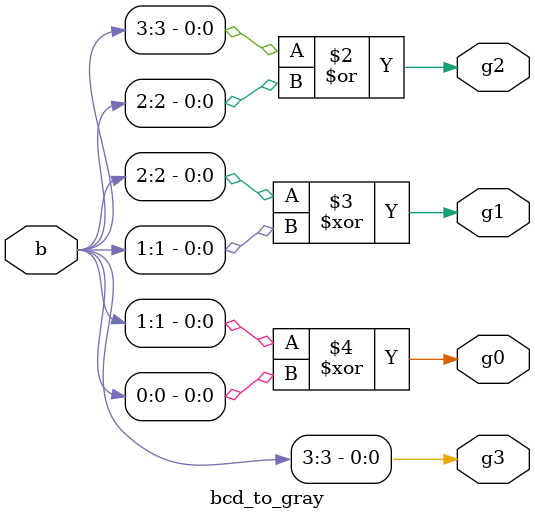
<source format=v>

`timescale 1ns / 1ps

module bcd_to_gray(b,g3,g2,g1,g0);
//wire x;
input [3:0] b;
output g3,g2,g1,g0;
and(g3,b[3],1'b1);
or(g2,b[3],b[2]);
xor(g1,b[2],b[1]);
xor(g0,b[1],b[0]);
endmodule

</source>
